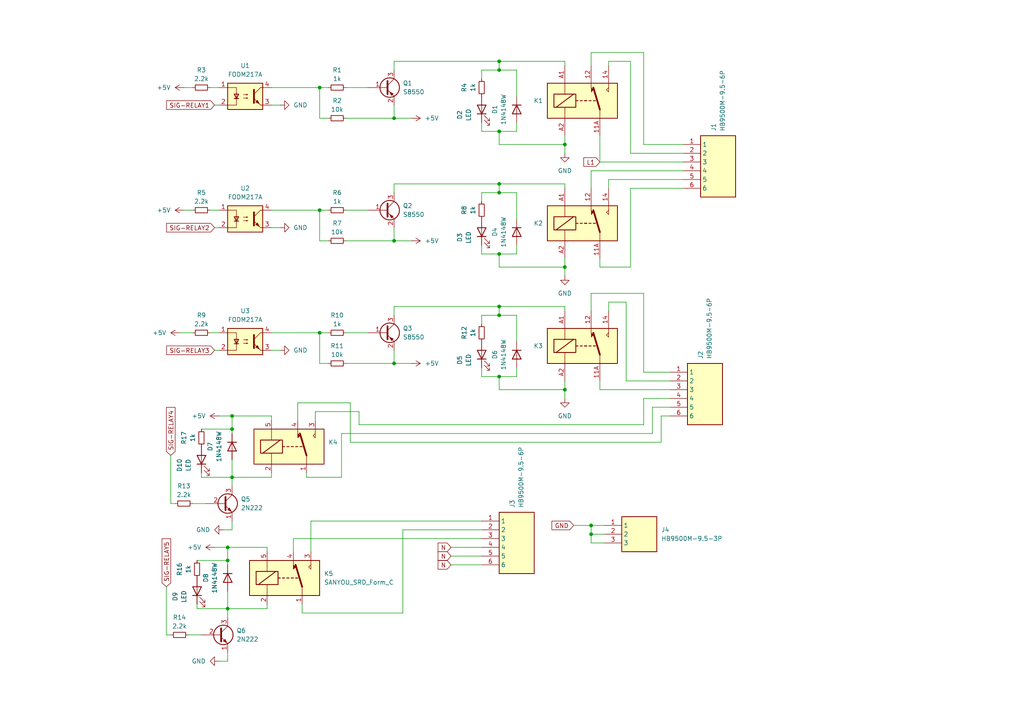
<source format=kicad_sch>
(kicad_sch (version 20231120) (generator "eeschema") (generator_version "8.0")
  (paper "A4")
  (lib_symbols
    (symbol "Device:LED" (pin_numbers hide) (pin_names (offset 1.016) hide)
      (property "Reference" "D" (at 0 2.54 0))
      (property "Value" "LED" (at 0 -2.54 0))
      (symbol "LED_0_1"
        (polyline (pts (xy -1.27 -1.27) (xy -1.27 1.27)) (stroke (width 0.254)))
        (polyline (pts (xy -1.27 0) (xy 1.27 0)))
        (polyline (pts (xy 1.27 -1.27) (xy 1.27 1.27) (xy -1.27 0) (xy 1.27 -1.27)) (stroke (width 0.254)))
        (polyline (pts (xy -3.048 -0.762) (xy -4.572 -2.286) (xy -3.81 -2.286) (xy -4.572 -2.286) (xy -4.572 -1.524)))
        (polyline (pts (xy -1.778 -0.762) (xy -3.302 -2.286) (xy -2.54 -2.286) (xy -3.302 -2.286) (xy -3.302 -1.524)))
      )
      (symbol "LED_1_1"
        (pin passive line (at -3.81 0 0) (length 2.54) (name "K") (number "1"))
        (pin passive line (at 3.81 0 180) (length 2.54) (name "A") (number "2"))
      )
    )
    (symbol "Device:R_Small" (pin_numbers hide) (pin_names (offset 0.254) hide)
      (property "Reference" "R" (at 0.762 0.508 0))
      (property "Value" "R_Small" (at 0.762 -1.016 0))
      (symbol "R_Small_0_1"
        (rectangle (start -0.762 1.778) (end 0.762 -1.778) (stroke (width 0.2032)))
      )
      (symbol "R_Small_1_1"
        (pin passive line (at 0 2.54 270) (length 0.762) (name "~") (number "1"))
        (pin passive line (at 0 -2.54 90) (length 0.762) (name "~") (number "2"))
      )
    )
    (symbol "Diode:1N4148W" (pin_numbers hide) (pin_names hide)
      (property "Reference" "D" (at 0 2.54 0))
      (property "Value" "1N4148W" (at 0 -2.54 0))
      (symbol "1N4148W_0_1"
        (polyline (pts (xy -1.27 1.27) (xy -1.27 -1.27)) (stroke (width 0.254)))
        (polyline (pts (xy 1.27 0) (xy -1.27 0)))
        (polyline (pts (xy 1.27 1.27) (xy 1.27 -1.27) (xy -1.27 0) (xy 1.27 1.27)) (stroke (width 0.254)))
      )
      (symbol "1N4148W_1_1"
        (pin passive line (at -3.81 0 0) (length 2.54) (name "K") (number "1"))
        (pin passive line (at 3.81 0 180) (length 2.54) (name "A") (number "2"))
      )
    )
    (symbol "Isolator:FODM217A"
      (property "Reference" "U" (at -5.08 5.08 0))
      (property "Value" "FODM217A" (at 0 5.08 0))
      (symbol "FODM217A_0_1"
        (rectangle (start -5.08 3.81) (end 5.08 -3.81) (stroke (width 0.254)) (fill (type background)))
        (polyline (pts (xy -3.175 -0.635) (xy -1.905 -0.635)) (stroke (width 0.254)))
        (polyline (pts (xy 2.54 0.635) (xy 4.445 2.54)))
        (polyline (pts (xy 4.445 -2.54) (xy 2.54 -0.635)) (fill (type outline)))
        (polyline (pts (xy 4.445 -2.54) (xy 5.08 -2.54)))
        (polyline (pts (xy 4.445 2.54) (xy 5.08 2.54)))
        (polyline (pts (xy -5.08 2.54) (xy -2.54 2.54) (xy -2.54 -0.635)))
        (polyline (pts (xy -2.54 -0.635) (xy -2.54 -2.54) (xy -5.08 -2.54)))
        (polyline (pts (xy 2.54 1.905) (xy 2.54 -1.905) (xy 2.54 -1.905)) (stroke (width 0.508)))
        (polyline (pts (xy -2.54 -0.635) (xy -3.175 0.635) (xy -1.905 0.635) (xy -2.54 -0.635)) (stroke (width 0.254)))
        (polyline (pts (xy -0.508 -0.508) (xy 0.762 -0.508) (xy 0.381 -0.635) (xy 0.381 -0.381) (xy 0.762 -0.508)))
        (polyline (pts (xy -0.508 0.508) (xy 0.762 0.508) (xy 0.381 0.381) (xy 0.381 0.635) (xy 0.762 0.508)))
        (polyline (pts (xy 3.048 -1.651) (xy 3.556 -1.143) (xy 4.064 -2.159) (xy 3.048 -1.651) (xy 3.048 -1.651)) (fill (type outline)))
      )
      (symbol "FODM217A_1_1"
        (pin passive line (at -7.62 2.54 0) (length 2.54) (name "~") (number "1"))
        (pin passive line (at -7.62 -2.54 0) (length 2.54) (name "~") (number "2"))
        (pin passive line (at 7.62 -2.54 180) (length 2.54) (name "~") (number "3"))
        (pin passive line (at 7.62 2.54 180) (length 2.54) (name "~") (number "4"))
      )
    )
    (symbol "Relay:RAYEX-L90"
      (property "Reference" "K" (at 11.43 3.81 0))
      (property "Value" "RAYEX-L90" (at 11.43 1.27 0))
      (symbol "RAYEX-L90_1_0"
        (polyline (pts (xy 2.54 3.81) (xy 2.54 5.08)))
        (polyline (pts (xy 7.62 3.81) (xy 7.62 5.08)))
        (polyline (pts (xy 7.62 3.81) (xy 7.62 2.54) (xy 6.985 3.175) (xy 7.62 3.81)))
      )
      (symbol "RAYEX-L90_1_1"
        (rectangle (start -10.16 5.08) (end 10.16 -5.08) (stroke (width 0.254)) (fill (type background)))
        (rectangle (start -8.255 1.905) (end -1.905 -1.905) (stroke (width 0.254)))
        (polyline (pts (xy -7.62 -1.905) (xy -2.54 1.905)) (stroke (width 0.254)))
        (polyline (pts (xy -5.08 -5.08) (xy -5.08 -1.905)))
        (polyline (pts (xy -5.08 5.08) (xy -5.08 1.905)))
        (polyline (pts (xy -1.905 0) (xy -1.27 0)) (stroke (width 0.254)))
        (polyline (pts (xy -0.635 0) (xy 0 0)) (stroke (width 0.254)))
        (polyline (pts (xy 0.635 0) (xy 1.27 0)) (stroke (width 0.254)))
        (polyline (pts (xy 0.635 0) (xy 1.27 0)) (stroke (width 0.254)))
        (polyline (pts (xy 1.905 0) (xy 2.54 0)) (stroke (width 0.254)))
        (polyline (pts (xy 3.175 0) (xy 3.81 0)) (stroke (width 0.254)))
        (polyline (pts (xy 5.08 -2.54) (xy 3.175 3.81)) (stroke (width 0.508)))
        (polyline (pts (xy 5.08 -2.54) (xy 5.08 -5.08)))
        (polyline (pts (xy 2.54 2.54) (xy 3.175 3.175) (xy 2.54 3.81)) (fill (type outline)))
        (pin passive line (at 5.08 -10.16 90) (length 5.08) (name "~") (number "11A"))
        (pin passive line (at 5.08 -10.16 90) (length 5.08) hide (name "~") (number "11B"))
        (pin passive line (at 2.54 10.16 270) (length 5.08) (name "~") (number "12"))
        (pin passive line (at 7.62 10.16 270) (length 5.08) (name "~") (number "14"))
        (pin passive line (at -5.08 10.16 270) (length 5.08) (name "~") (number "A1"))
        (pin passive line (at -5.08 -10.16 90) (length 5.08) (name "~") (number "A2"))
      )
    )
    (symbol "Relay:SANYOU_SRD_Form_C"
      (property "Reference" "K" (at 11.43 3.81 0))
      (property "Value" "SANYOU_SRD_Form_C" (at 11.43 1.27 0))
      (symbol "SANYOU_SRD_Form_C_0_0"
        (polyline (pts (xy 7.62 5.08) (xy 7.62 2.54) (xy 6.985 3.175) (xy 7.62 3.81)))
      )
      (symbol "SANYOU_SRD_Form_C_0_1"
        (rectangle (start -10.16 5.08) (end 10.16 -5.08) (stroke (width 0.254)) (fill (type background)))
        (rectangle (start -8.255 1.905) (end -1.905 -1.905) (stroke (width 0.254)))
        (polyline (pts (xy -7.62 -1.905) (xy -2.54 1.905)) (stroke (width 0.254)))
        (polyline (pts (xy -5.08 -5.08) (xy -5.08 -1.905)))
        (polyline (pts (xy -5.08 5.08) (xy -5.08 1.905)))
        (polyline (pts (xy -1.905 0) (xy -1.27 0)) (stroke (width 0.254)))
        (polyline (pts (xy -0.635 0) (xy 0 0)) (stroke (width 0.254)))
        (polyline (pts (xy 0.635 0) (xy 1.27 0)) (stroke (width 0.254)))
        (polyline (pts (xy 1.905 0) (xy 2.54 0)) (stroke (width 0.254)))
        (polyline (pts (xy 3.175 0) (xy 3.81 0)) (stroke (width 0.254)))
        (polyline (pts (xy 5.08 -2.54) (xy 3.175 3.81)) (stroke (width 0.508)))
        (polyline (pts (xy 5.08 -2.54) (xy 5.08 -5.08)))
      )
      (symbol "SANYOU_SRD_Form_C_1_1"
        (polyline (pts (xy 2.54 3.81) (xy 3.175 3.175) (xy 2.54 2.54) (xy 2.54 5.08)) (fill (type outline)))
        (pin passive line (at 5.08 -7.62 90) (length 2.54) (name "~") (number "1"))
        (pin passive line (at -5.08 -7.62 90) (length 2.54) (name "~") (number "2"))
        (pin passive line (at 7.62 7.62 270) (length 2.54) (name "~") (number "3"))
        (pin passive line (at 2.54 7.62 270) (length 2.54) (name "~") (number "4"))
        (pin passive line (at -5.08 7.62 270) (length 2.54) (name "~") (number "5"))
      )
    )
    (symbol "Samacsys:HB9500M-9.5-3P"
      (property "Reference" "J" (at 16.51 7.62 0))
      (property "Value" "HB9500M-9.5-3P" (at 16.51 5.08 0))
      (symbol "HB9500M-9.5-3P_1_1"
        (rectangle (start 5.08 2.54) (end 15.24 -7.62) (stroke (width 0.254)) (fill (type background)))
        (pin passive line (at 0 0 0) (length 5.08) (name "1") (number "1"))
        (pin passive line (at 0 -2.54 0) (length 5.08) (name "2") (number "2"))
        (pin passive line (at 0 -5.08 0) (length 5.08) (name "3") (number "3"))
      )
    )
    (symbol "Samacsys:HB9500M-9.5-6P"
      (property "Reference" "J" (at 16.51 7.62 0))
      (property "Value" "HB9500M-9.5-6P" (at 16.51 5.08 0))
      (symbol "HB9500M-9.5-6P_1_1"
        (rectangle (start 5.08 2.54) (end 15.24 -15.24) (stroke (width 0.254)) (fill (type background)))
        (pin passive line (at 0 0 0) (length 5.08) (name "1") (number "1"))
        (pin passive line (at 0 -2.54 0) (length 5.08) (name "2") (number "2"))
        (pin passive line (at 0 -5.08 0) (length 5.08) (name "3") (number "3"))
        (pin passive line (at 0 -7.62 0) (length 5.08) (name "4") (number "4"))
        (pin passive line (at 0 -10.16 0) (length 5.08) (name "5") (number "5"))
        (pin passive line (at 0 -12.7 0) (length 5.08) (name "6") (number "6"))
      )
    )
    (symbol "Transistor_BJT:2N3904" (pin_names (offset 0) hide)
      (property "Reference" "Q" (at 5.08 1.905 0))
      (property "Value" "2N3904" (at 5.08 0 0))
      (symbol "2N3904_0_1"
        (polyline (pts (xy 0.635 0.635) (xy 2.54 2.54)))
        (polyline (pts (xy 0.635 -0.635) (xy 2.54 -2.54) (xy 2.54 -2.54)))
        (polyline (pts (xy 0.635 1.905) (xy 0.635 -1.905) (xy 0.635 -1.905)) (stroke (width 0.508)))
        (polyline (pts (xy 1.27 -1.778) (xy 1.778 -1.27) (xy 2.286 -2.286) (xy 1.27 -1.778) (xy 1.27 -1.778)) (fill (type outline)))
        (circle (center 1.27 0) (radius 2.8194) (stroke (width 0.254)))
      )
      (symbol "2N3904_1_1"
        (pin passive line (at 2.54 -5.08 90) (length 2.54) (name "E") (number "1"))
        (pin passive line (at -5.08 0 0) (length 5.715) (name "B") (number "2"))
        (pin passive line (at 2.54 5.08 270) (length 2.54) (name "C") (number "3"))
      )
    )
    (symbol "Transistor_BJT:BC807" (pin_names (offset 0) hide)
      (property "Reference" "Q" (at 5.08 1.905 0))
      (property "Value" "BC807" (at 5.08 0 0))
      (symbol "BC807_0_1"
        (polyline (pts (xy 0.635 0.635) (xy 2.54 2.54)))
        (polyline (pts (xy 0.635 -0.635) (xy 2.54 -2.54) (xy 2.54 -2.54)))
        (polyline (pts (xy 0.635 1.905) (xy 0.635 -1.905) (xy 0.635 -1.905)) (stroke (width 0.508)))
        (polyline (pts (xy 2.286 -1.778) (xy 1.778 -2.286) (xy 1.27 -1.27) (xy 2.286 -1.778) (xy 2.286 -1.778)) (fill (type outline)))
        (circle (center 1.27 0) (radius 2.8194) (stroke (width 0.254)))
      )
      (symbol "BC807_1_1"
        (pin input line (at -5.08 0 0) (length 5.715) (name "B") (number "1"))
        (pin passive line (at 2.54 -5.08 90) (length 2.54) (name "E") (number "2"))
        (pin passive line (at 2.54 5.08 270) (length 2.54) (name "C") (number "3"))
      )
    )
    (symbol "power:+5V" (power) (pin_numbers hide) (pin_names (offset 0) hide)
      (property "Value" "+5V" (at 0 3.556 0))
      (symbol "+5V_0_1"
        (polyline (pts (xy -0.762 1.27) (xy 0 2.54)))
        (polyline (pts (xy 0 0) (xy 0 2.54)))
        (polyline (pts (xy 0 2.54) (xy 0.762 1.27)))
      )
      (symbol "+5V_1_1"
        (pin power_in line (at 0 0 90) (length 0) (name "~") (number "1"))
      )
    )
    (symbol "power:GND" (power) (pin_numbers hide) (pin_names (offset 0) hide)
      (property "Value" "GND" (at 0 -3.81 0))
      (symbol "GND_0_1"
        (polyline (pts (xy 0 0) (xy 0 -1.27) (xy 1.27 -1.27) (xy 0 -2.54) (xy -1.27 -1.27) (xy 0 -1.27)))
      )
      (symbol "GND_1_1"
        (pin power_in line (at 0 0 270) (length 0) (name "~") (number "1"))
      )
    )
  )
  (junction (at 144.78 55.88))
  (junction (at 144.78 53.34))
  (junction (at 92.71 60.96))
  (junction (at 92.71 96.52))
  (junction (at 66.04 158.75))
  (junction (at 144.78 17.78))
  (junction (at 92.71 25.4))
  (junction (at 144.78 73.66))
  (junction (at 144.78 38.1))
  (junction (at 144.78 109.22))
  (junction (at 171.45 152.4))
  (junction (at 66.04 176.53))
  (junction (at 171.45 154.94))
  (junction (at 144.78 88.9))
  (junction (at 163.83 77.47))
  (junction (at 114.3 69.85))
  (junction (at 163.83 41.91))
  (junction (at 144.78 91.44))
  (junction (at 163.83 113.03))
  (junction (at 67.31 120.65))
  (junction (at 114.3 105.41))
  (junction (at 67.31 138.43))
  (junction (at 144.78 20.32))
  (junction (at 67.31 124.46))
  (junction (at 66.04 162.56))
  (junction (at 114.3 34.29))
  (wire (pts (xy 163.83 77.47) (xy 163.83 80.01)))
  (wire (pts (xy 78.74 30.48) (xy 81.28 30.48)))
  (wire (pts (xy 57.15 176.53) (xy 66.04 176.53)))
  (wire (pts (xy 100.33 96.52) (xy 106.68 96.52)))
  (wire (pts (xy 92.71 69.85) (xy 92.71 60.96)))
  (wire (pts (xy 86.36 116.84) (xy 86.36 121.92)))
  (wire (pts (xy 67.31 153.67) (xy 64.77 153.67)))
  (wire (pts (xy 182.88 17.78) (xy 182.88 44.45)))
  (wire (pts (xy 114.3 91.44) (xy 114.3 88.9)))
  (wire (pts (xy 130.81 161.29) (xy 139.7 161.29)))
  (wire (pts (xy 163.83 88.9) (xy 163.83 90.17)))
  (wire (pts (xy 176.53 52.07) (xy 198.12 52.07)))
  (wire (pts (xy 189.23 125.73) (xy 189.23 118.11)))
  (wire (pts (xy 54.61 184.15) (xy 58.42 184.15)))
  (wire (pts (xy 144.78 77.47) (xy 163.83 77.47)))
  (wire (pts (xy 92.71 96.52) (xy 95.25 96.52)))
  (wire (pts (xy 66.04 191.77) (xy 63.5 191.77)))
  (wire (pts (xy 173.99 113.03) (xy 194.31 113.03)))
  (wire (pts (xy 66.04 189.23) (xy 66.04 191.77)))
  (wire (pts (xy 191.77 120.65) (xy 194.31 120.65)))
  (wire (pts (xy 130.81 158.75) (xy 139.7 158.75)))
  (wire (pts (xy 67.31 151.13) (xy 67.31 153.67)))
  (wire (pts (xy 60.96 96.52) (xy 63.5 96.52)))
  (wire (pts (xy 90.17 160.02) (xy 90.17 151.13)))
  (wire (pts (xy 163.83 53.34) (xy 163.83 54.61)))
  (wire (pts (xy 149.86 55.88) (xy 144.78 55.88)))
  (wire (pts (xy 114.3 30.48) (xy 114.3 34.29)))
  (wire (pts (xy 139.7 91.44) (xy 139.7 93.98)))
  (wire (pts (xy 171.45 90.17) (xy 171.45 85.09)))
  (wire (pts (xy 77.47 176.53) (xy 66.04 176.53)))
  (wire (pts (xy 78.74 138.43) (xy 67.31 138.43)))
  (wire (pts (xy 149.86 27.94) (xy 149.86 20.32)))
  (wire (pts (xy 130.81 163.83) (xy 139.7 163.83)))
  (wire (pts (xy 163.83 110.49) (xy 163.83 113.03)))
  (wire (pts (xy 176.53 19.05) (xy 176.53 17.78)))
  (wire (pts (xy 139.7 38.1) (xy 144.78 38.1)))
  (wire (pts (xy 49.53 146.05) (xy 50.8 146.05)))
  (wire (pts (xy 163.83 113.03) (xy 163.83 115.57)))
  (wire (pts (xy 78.74 120.65) (xy 78.74 121.92)))
  (wire (pts (xy 95.25 105.41) (xy 92.71 105.41)))
  (wire (pts (xy 163.83 17.78) (xy 163.83 19.05)))
  (wire (pts (xy 99.06 138.43) (xy 99.06 125.73)))
  (wire (pts (xy 171.45 85.09) (xy 186.69 85.09)))
  (wire (pts (xy 176.53 54.61) (xy 176.53 52.07)))
  (wire (pts (xy 144.78 91.44) (xy 139.7 91.44)))
  (wire (pts (xy 100.33 69.85) (xy 114.3 69.85)))
  (wire (pts (xy 181.61 110.49) (xy 194.31 110.49)))
  (wire (pts (xy 176.53 90.17) (xy 176.53 87.63)))
  (wire (pts (xy 163.83 74.93) (xy 163.83 77.47)))
  (wire (pts (xy 78.74 137.16) (xy 78.74 138.43)))
  (wire (pts (xy 114.3 66.04) (xy 114.3 69.85)))
  (wire (pts (xy 114.3 34.29) (xy 119.38 34.29)))
  (wire (pts (xy 62.23 66.04) (xy 63.5 66.04)))
  (wire (pts (xy 144.78 38.1) (xy 144.78 41.91)))
  (wire (pts (xy 194.31 115.57) (xy 186.69 115.57)))
  (wire (pts (xy 163.83 41.91) (xy 163.83 44.45)))
  (wire (pts (xy 60.96 60.96) (xy 63.5 60.96)))
  (wire (pts (xy 49.53 132.08) (xy 49.53 146.05)))
  (wire (pts (xy 58.42 137.16) (xy 58.42 138.43)))
  (wire (pts (xy 67.31 120.65) (xy 78.74 120.65)))
  (wire (pts (xy 77.47 175.26) (xy 77.47 176.53)))
  (wire (pts (xy 186.69 123.19) (xy 104.14 123.19)))
  (wire (pts (xy 173.99 39.37) (xy 173.99 46.99)))
  (wire (pts (xy 53.34 60.96) (xy 55.88 60.96)))
  (wire (pts (xy 182.88 77.47) (xy 182.88 54.61)))
  (wire (pts (xy 48.26 184.15) (xy 49.53 184.15)))
  (wire (pts (xy 85.09 156.21) (xy 139.7 156.21)))
  (wire (pts (xy 92.71 34.29) (xy 92.71 25.4)))
  (wire (pts (xy 144.78 38.1) (xy 149.86 38.1)))
  (wire (pts (xy 144.78 41.91) (xy 163.83 41.91)))
  (wire (pts (xy 90.17 151.13) (xy 139.7 151.13)))
  (wire (pts (xy 139.7 38.1) (xy 139.7 35.56)))
  (wire (pts (xy 57.15 162.56) (xy 66.04 162.56)))
  (wire (pts (xy 171.45 152.4) (xy 175.26 152.4)))
  (wire (pts (xy 63.5 120.65) (xy 67.31 120.65)))
  (wire (pts (xy 144.78 20.32) (xy 139.7 20.32)))
  (wire (pts (xy 163.83 39.37) (xy 163.83 41.91)))
  (wire (pts (xy 149.86 38.1) (xy 149.86 35.56)))
  (wire (pts (xy 171.45 157.48) (xy 171.45 154.94)))
  (wire (pts (xy 149.86 99.06) (xy 149.86 91.44)))
  (wire (pts (xy 149.86 20.32) (xy 144.78 20.32)))
  (wire (pts (xy 87.63 175.26) (xy 87.63 177.8)))
  (wire (pts (xy 175.26 157.48) (xy 171.45 157.48)))
  (wire (pts (xy 186.69 107.95) (xy 194.31 107.95)))
  (wire (pts (xy 58.42 138.43) (xy 67.31 138.43)))
  (wire (pts (xy 104.14 119.38) (xy 104.14 123.19)))
  (wire (pts (xy 114.3 20.32) (xy 114.3 17.78)))
  (wire (pts (xy 144.78 113.03) (xy 163.83 113.03)))
  (wire (pts (xy 66.04 158.75) (xy 66.04 162.56)))
  (wire (pts (xy 191.77 128.27) (xy 191.77 120.65)))
  (wire (pts (xy 101.6 128.27) (xy 191.77 128.27)))
  (wire (pts (xy 173.99 110.49) (xy 173.99 113.03)))
  (wire (pts (xy 100.33 105.41) (xy 114.3 105.41)))
  (wire (pts (xy 149.86 91.44) (xy 144.78 91.44)))
  (wire (pts (xy 186.69 15.24) (xy 171.45 15.24)))
  (wire (pts (xy 78.74 60.96) (xy 92.71 60.96)))
  (wire (pts (xy 171.45 154.94) (xy 171.45 152.4)))
  (wire (pts (xy 198.12 49.53) (xy 171.45 49.53)))
  (wire (pts (xy 100.33 34.29) (xy 114.3 34.29)))
  (wire (pts (xy 186.69 115.57) (xy 186.69 123.19)))
  (wire (pts (xy 139.7 20.32) (xy 139.7 22.86)))
  (wire (pts (xy 88.9 137.16) (xy 88.9 138.43)))
  (wire (pts (xy 114.3 88.9) (xy 144.78 88.9)))
  (wire (pts (xy 95.25 69.85) (xy 92.71 69.85)))
  (wire (pts (xy 144.78 53.34) (xy 163.83 53.34)))
  (wire (pts (xy 92.71 25.4) (xy 95.25 25.4)))
  (wire (pts (xy 88.9 138.43) (xy 99.06 138.43)))
  (wire (pts (xy 173.99 77.47) (xy 182.88 77.47)))
  (wire (pts (xy 144.78 73.66) (xy 144.78 77.47)))
  (wire (pts (xy 101.6 116.84) (xy 86.36 116.84)))
  (wire (pts (xy 176.53 87.63) (xy 181.61 87.63)))
  (wire (pts (xy 144.78 53.34) (xy 144.78 55.88)))
  (wire (pts (xy 139.7 73.66) (xy 139.7 71.12)))
  (wire (pts (xy 181.61 87.63) (xy 181.61 110.49)))
  (wire (pts (xy 66.04 176.53) (xy 66.04 179.07)))
  (wire (pts (xy 198.12 41.91) (xy 186.69 41.91)))
  (wire (pts (xy 78.74 96.52) (xy 92.71 96.52)))
  (wire (pts (xy 144.78 88.9) (xy 163.83 88.9)))
  (wire (pts (xy 144.78 73.66) (xy 149.86 73.66)))
  (wire (pts (xy 186.69 85.09) (xy 186.69 107.95)))
  (wire (pts (xy 149.86 73.66) (xy 149.86 71.12)))
  (wire (pts (xy 114.3 17.78) (xy 144.78 17.78)))
  (wire (pts (xy 62.23 158.75) (xy 66.04 158.75)))
  (wire (pts (xy 78.74 66.04) (xy 81.28 66.04)))
  (wire (pts (xy 66.04 158.75) (xy 77.47 158.75)))
  (wire (pts (xy 77.47 158.75) (xy 77.47 160.02)))
  (wire (pts (xy 182.88 44.45) (xy 198.12 44.45)))
  (wire (pts (xy 171.45 49.53) (xy 171.45 54.61)))
  (wire (pts (xy 144.78 17.78) (xy 163.83 17.78)))
  (wire (pts (xy 55.88 146.05) (xy 59.69 146.05)))
  (wire (pts (xy 114.3 69.85) (xy 119.38 69.85)))
  (wire (pts (xy 99.06 125.73) (xy 189.23 125.73)))
  (wire (pts (xy 95.25 34.29) (xy 92.71 34.29)))
  (wire (pts (xy 100.33 60.96) (xy 106.68 60.96)))
  (wire (pts (xy 149.86 63.5) (xy 149.86 55.88)))
  (wire (pts (xy 53.34 25.4) (xy 55.88 25.4)))
  (wire (pts (xy 139.7 109.22) (xy 144.78 109.22)))
  (wire (pts (xy 116.84 177.8) (xy 116.84 153.67)))
  (wire (pts (xy 67.31 120.65) (xy 67.31 124.46)))
  (wire (pts (xy 175.26 154.94) (xy 171.45 154.94)))
  (wire (pts (xy 189.23 118.11) (xy 194.31 118.11)))
  (wire (pts (xy 100.33 25.4) (xy 106.68 25.4)))
  (wire (pts (xy 144.78 88.9) (xy 144.78 91.44)))
  (wire (pts (xy 116.84 153.67) (xy 139.7 153.67)))
  (wire (pts (xy 67.31 133.35) (xy 67.31 138.43)))
  (wire (pts (xy 176.53 17.78) (xy 182.88 17.78)))
  (wire (pts (xy 101.6 128.27) (xy 101.6 116.84)))
  (wire (pts (xy 144.78 17.78) (xy 144.78 20.32)))
  (wire (pts (xy 114.3 53.34) (xy 144.78 53.34)))
  (wire (pts (xy 114.3 101.6) (xy 114.3 105.41)))
  (wire (pts (xy 67.31 124.46) (xy 67.31 125.73)))
  (wire (pts (xy 149.86 109.22) (xy 149.86 106.68)))
  (wire (pts (xy 48.26 170.18) (xy 48.26 184.15)))
  (wire (pts (xy 114.3 105.41) (xy 119.38 105.41)))
  (wire (pts (xy 58.42 124.46) (xy 67.31 124.46)))
  (wire (pts (xy 114.3 55.88) (xy 114.3 53.34)))
  (wire (pts (xy 139.7 109.22) (xy 139.7 106.68)))
  (wire (pts (xy 85.09 160.02) (xy 85.09 156.21)))
  (wire (pts (xy 139.7 55.88) (xy 139.7 58.42)))
  (wire (pts (xy 62.23 30.48) (xy 63.5 30.48)))
  (wire (pts (xy 67.31 138.43) (xy 67.31 140.97)))
  (wire (pts (xy 173.99 46.99) (xy 198.12 46.99)))
  (wire (pts (xy 92.71 105.41) (xy 92.71 96.52)))
  (wire (pts (xy 66.04 162.56) (xy 66.04 163.83)))
  (wire (pts (xy 66.04 171.45) (xy 66.04 176.53)))
  (wire (pts (xy 92.71 60.96) (xy 95.25 60.96)))
  (wire (pts (xy 171.45 15.24) (xy 171.45 19.05)))
  (wire (pts (xy 182.88 54.61) (xy 198.12 54.61)))
  (wire (pts (xy 186.69 15.24) (xy 186.69 41.91)))
  (wire (pts (xy 78.74 101.6) (xy 81.28 101.6)))
  (wire (pts (xy 144.78 109.22) (xy 144.78 113.03)))
  (wire (pts (xy 139.7 73.66) (xy 144.78 73.66)))
  (wire (pts (xy 78.74 25.4) (xy 92.71 25.4)))
  (wire (pts (xy 52.07 96.52) (xy 55.88 96.52)))
  (wire (pts (xy 166.37 152.4) (xy 171.45 152.4)))
  (wire (pts (xy 60.96 25.4) (xy 63.5 25.4)))
  (wire (pts (xy 87.63 177.8) (xy 116.84 177.8)))
  (wire (pts (xy 173.99 74.93) (xy 173.99 77.47)))
  (wire (pts (xy 91.44 119.38) (xy 104.14 119.38)))
  (wire (pts (xy 144.78 109.22) (xy 149.86 109.22)))
  (wire (pts (xy 62.23 101.6) (xy 63.5 101.6)))
  (wire (pts (xy 91.44 121.92) (xy 91.44 119.38)))
  (wire (pts (xy 144.78 55.88) (xy 139.7 55.88)))
  (wire (pts (xy 57.15 175.26) (xy 57.15 176.53)))
  (global_label "SIG-RELAY5" (shape input) (at 48.26 170.18 90) (property "Intersheetrefs" "${INTERSHEET_REFS}" (effects (hide yes))))
  (global_label "SIG-RELAY1" (shape input) (at 62.23 30.48 180) (property "Intersheetrefs" "${INTERSHEET_REFS}" (effects (hide yes))))
  (global_label "SIG-RELAY2" (shape input) (at 62.23 66.04 180) (property "Intersheetrefs" "${INTERSHEET_REFS}" (effects (hide yes))))
  (global_label "N" (shape input) (at 130.81 158.75 180) (property "Intersheetrefs" "${INTERSHEET_REFS}" (effects (hide yes))))
  (global_label "L1" (shape input) (at 173.99 46.99 180) (property "Intersheetrefs" "${INTERSHEET_REFS}" (effects (hide yes))))
  (global_label "N" (shape input) (at 130.81 163.83 180) (property "Intersheetrefs" "${INTERSHEET_REFS}" (effects (hide yes))))
  (global_label "SIG-RELAY3" (shape input) (at 62.23 101.6 180) (property "Intersheetrefs" "${INTERSHEET_REFS}" (effects (hide yes))))
  (global_label "GND" (shape input) (at 166.37 152.4 180) (property "Intersheetrefs" "${INTERSHEET_REFS}" (effects (hide yes))))
  (global_label "N" (shape input) (at 130.81 161.29 180) (property "Intersheetrefs" "${INTERSHEET_REFS}" (effects (hide yes))))
  (global_label "SIG-RELAY4" (shape input) (at 49.53 132.08 90) (property "Intersheetrefs" "${INTERSHEET_REFS}" (effects (hide yes))))
  (symbol (lib_id "power:GND") (at 163.83 80.01 0) (unit 1)
    (property "Reference" "#PWR016" (effects (hide yes)))
    (property "Value" "GND" (at 163.83 85.09 0))
    (property "Description" "Power symbol creates a global label with name \"GND\" , ground" (effects (hide yes)))
  )
  (symbol (lib_id "Device:R_Small") (at 97.79 105.41 90) (unit 1)
    (property "Reference" "R11" (at 97.79 100.33 90))
    (property "Value" "10k" (at 97.79 102.87 90))
    (property "Footprint" "Resistor_SMD:R_0603_1608Metric" (effects (hide yes)))
    (property "Description" "Resistor, small symbol" (effects (hide yes)))
  )
  (symbol (lib_id "Device:R_Small") (at 97.79 69.85 90) (unit 1)
    (property "Reference" "R7" (at 97.79 64.77 90))
    (property "Value" "10k" (at 97.79 67.31 90))
    (property "Footprint" "Resistor_SMD:R_0603_1608Metric" (effects (hide yes)))
    (property "Description" "Resistor, small symbol" (effects (hide yes)))
  )
  (symbol (lib_id "Device:LED") (at 57.15 171.45 90) (unit 1)
    (property "Reference" "D9" (at 50.8 173.0375 0))
    (property "Value" "LED" (at 53.34 173.0375 0))
    (property "Footprint" "LED_SMD:LED_0603_1608Metric" (effects (hide yes)))
    (property "Description" "Light emitting diode" (effects (hide yes)))
  )
  (symbol (lib_id "power:GND") (at 81.28 30.48 90) (unit 1)
    (property "Reference" "#PWR08" (effects (hide yes)))
    (property "Value" "GND" (at 85.09 30.4799 90) (effects (justify right)))
    (property "Description" "Power symbol creates a global label with name \"GND\" , ground" (effects (hide yes)))
  )
  (symbol (lib_id "Device:R_Small") (at 58.42 127 180) (unit 1)
    (property "Reference" "R17" (at 53.34 127 90))
    (property "Value" "1k" (at 55.88 127 90))
    (property "Footprint" "Resistor_SMD:R_0603_1608Metric" (effects (hide yes)))
    (property "Description" "Resistor, small symbol" (effects (hide yes)))
  )
  (symbol (lib_id "Device:R_Small") (at 97.79 25.4 90) (unit 1)
    (property "Reference" "R1" (at 97.79 20.32 90))
    (property "Value" "1k" (at 97.79 22.86 90))
    (property "Footprint" "Resistor_SMD:R_0603_1608Metric" (effects (hide yes)))
    (property "Description" "Resistor, small symbol" (effects (hide yes)))
  )
  (symbol (lib_id "Device:R_Small") (at 97.79 96.52 90) (unit 1)
    (property "Reference" "R10" (at 97.79 91.44 90))
    (property "Value" "1k" (at 97.79 93.98 90))
    (property "Footprint" "Resistor_SMD:R_0603_1608Metric" (effects (hide yes)))
    (property "Description" "Resistor, small symbol" (effects (hide yes)))
  )
  (symbol (lib_id "Diode:1N4148W") (at 149.86 31.75 270) (unit 1)
    (property "Reference" "D1" (at 143.51 31.75 0))
    (property "Value" "1N4148W" (at 146.05 31.75 0))
    (property "Footprint" "Diode_SMD:D_SOD-123" (effects (hide yes)))
    (property "Datasheet" "https://www.vishay.com/docs/85748/1n4148w.pdf" (effects (hide yes)))
    (property "Description" "75V 0.15A Fast Switching Diode, SOD-123" (effects (hide yes)))
    (property "Sim.Device" "D" (effects (hide yes)))
    (property "Sim.Pins" "1=K 2=A" (effects (hide yes)))
  )
  (symbol (lib_id "Diode:1N4148W") (at 149.86 67.31 270) (unit 1)
    (property "Reference" "D4" (at 143.51 67.31 0))
    (property "Value" "1N4148W" (at 146.05 67.31 0))
    (property "Footprint" "Diode_SMD:D_SOD-123" (effects (hide yes)))
    (property "Datasheet" "https://www.vishay.com/docs/85748/1n4148w.pdf" (effects (hide yes)))
    (property "Description" "75V 0.15A Fast Switching Diode, SOD-123" (effects (hide yes)))
    (property "Sim.Device" "D" (effects (hide yes)))
    (property "Sim.Pins" "1=K 2=A" (effects (hide yes)))
  )
  (symbol (lib_id "power:+5V") (at 52.07 96.52 90) (unit 1)
    (property "Reference" "#PWR01" (effects (hide yes)))
    (property "Value" "+5V" (at 48.26 96.5199 90) (effects (justify left)))
    (property "Description" "Power symbol creates a global label with name \"+5V\"" (effects (hide yes)))
  )
  (symbol (lib_id "power:+5V") (at 119.38 105.41 270) (unit 1)
    (property "Reference" "#PWR013" (effects (hide yes)))
    (property "Value" "+5V" (at 123.19 105.4099 90) (effects (justify left)))
    (property "Description" "Power symbol creates a global label with name \"+5V\"" (effects (hide yes)))
  )
  (symbol (lib_id "Device:R_Small") (at 97.79 60.96 90) (unit 1)
    (property "Reference" "R6" (at 97.79 55.88 90))
    (property "Value" "1k" (at 97.79 58.42 90))
    (property "Footprint" "Resistor_SMD:R_0603_1608Metric" (effects (hide yes)))
    (property "Description" "Resistor, small symbol" (effects (hide yes)))
  )
  (symbol (lib_id "Isolator:FODM217A") (at 71.12 99.06 0) (unit 1)
    (property "Reference" "U3" (at 71.12 90.17 0))
    (property "Value" "FODM217A" (at 71.12 92.71 0))
    (property "Footprint" "Package_SO:SOP-4_4.4x2.6mm_P1.27mm" (effects (hide yes)))
    (property "Datasheet" "https://www.onsemi.com/pub/Collateral/FODM214-D.PDF" (effects (hide yes)))
    (property "Description" "DC Optocoupler, Vce 80V, CTR 80-160%, SOP-4" (effects (hide yes)))
  )
  (symbol (lib_id "Samacsys:HB9500M-9.5-6P") (at 194.31 107.95 0) (unit 1)
    (property "Reference" "J2" (at 203.1999 104.14 90) (effects (justify left)))
    (property "Value" "HB9500M-9.5-6P" (at 205.7399 104.14 90) (effects (justify left)))
    (property "Footprint" "Samacsys:HB9500M956P" (effects (hide yes)))
    (property "Datasheet" "https://datasheet.lcsc.com/szlcsc/1912251712_Ningbo-Kangnex-Elec-HB9500M-9-5-6P_C162699.pdf" (effects (hide yes)))
    (property "Description" "Barrier Block 6 6 0.374\"(9.50mm) 12-22 AWG P=9.5mm" (effects (hide yes)))
    (property "Height" "16.95" (effects (hide yes)))
    (property "Manufacturer_Name" "Ningbo Kangnex" (effects (hide yes)))
    (property "Manufacturer_Part_Number" "HB9500M-9.5-6P" (effects (hide yes)))
  )
  (symbol (lib_id "Relay:SANYOU_SRD_Form_C") (at 83.82 129.54 0) (unit 1)
    (property "Reference" "K4" (at 95.25 128.2699 0) (effects (justify left)))
    (property "Value" "SANYOU_SRD_Form_C" (effects (hide yes)))
    (property "Footprint" "Relay_THT:Relay_SPDT_SANYOU_SRD_Series_Form_C" (effects (hide yes)))
    (property "Datasheet" "http://www.sanyourelay.ca/public/products/pdf/SRD.pdf" (effects (hide yes)))
    (property "Description" "Sanyo SRD relay, Single Pole Miniature Power Relay," (effects (hide yes)))
  )
  (symbol (lib_id "Transistor_BJT:BC807") (at 111.76 96.52 0) (unit 1)
    (property "Reference" "Q3" (at 116.84 95.2499 0) (effects (justify left)))
    (property "Value" "S8550" (at 116.84 97.7899 0) (effects (justify left)))
    (property "Footprint" "Package_TO_SOT_SMD:SOT-23" (effects (hide yes)))
    (property "Datasheet" "https://www.onsemi.com/pub/Collateral/BC808-D.pdf" (effects (hide yes)))
    (property "Description" "0.8A Ic, 45V Vce, PNP Transistor, SOT-23" (effects (hide yes)))
  )
  (symbol (lib_id "power:GND") (at 163.83 115.57 0) (unit 1)
    (property "Reference" "#PWR017" (effects (hide yes)))
    (property "Value" "GND" (at 163.83 120.65 0))
    (property "Description" "Power symbol creates a global label with name \"GND\" , ground" (effects (hide yes)))
  )
  (symbol (lib_id "Diode:1N4148W") (at 67.31 129.54 270) (unit 1)
    (property "Reference" "D7" (at 60.96 129.54 0))
    (property "Value" "1N4148W" (at 63.5 129.54 0))
    (property "Footprint" "Diode_SMD:D_SOD-123" (effects (hide yes)))
    (property "Datasheet" "https://www.vishay.com/docs/85748/1n4148w.pdf" (effects (hide yes)))
    (property "Description" "75V 0.15A Fast Switching Diode, SOD-123" (effects (hide yes)))
    (property "Sim.Device" "D" (effects (hide yes)))
    (property "Sim.Pins" "1=K 2=A" (effects (hide yes)))
  )
  (symbol (lib_id "power:+5V") (at 63.5 120.65 90) (unit 1)
    (property "Reference" "#PWR05" (effects (hide yes)))
    (property "Value" "+5V" (at 59.69 120.6499 90) (effects (justify left)))
    (property "Description" "Power symbol creates a global label with name \"+5V\"" (effects (hide yes)))
  )
  (symbol (lib_id "power:+5V") (at 53.34 60.96 90) (unit 1)
    (property "Reference" "#PWR03" (effects (hide yes)))
    (property "Value" "+5V" (at 49.53 60.9599 90) (effects (justify left)))
    (property "Description" "Power symbol creates a global label with name \"+5V\"" (effects (hide yes)))
  )
  (symbol (lib_id "Device:LED") (at 139.7 67.31 90) (unit 1)
    (property "Reference" "D3" (at 133.35 68.8975 0))
    (property "Value" "LED" (at 135.89 68.8975 0))
    (property "Footprint" "LED_SMD:LED_0603_1608Metric" (effects (hide yes)))
    (property "Description" "Light emitting diode" (effects (hide yes)))
  )
  (symbol (lib_id "Transistor_BJT:2N3904") (at 64.77 146.05 0) (unit 1)
    (property "Reference" "Q5" (at 69.85 144.7799 0) (effects (justify left)))
    (property "Value" "2N222" (at 69.85 147.3199 0) (effects (justify left)))
    (property "Footprint" "Package_TO_SOT_THT:TO-92L" (effects (hide yes)))
    (property "Datasheet" "https://www.onsemi.com/pub/Collateral/2N3903-D.PDF" (effects (hide yes)))
    (property "Description" "0.2A Ic, 40V Vce, Small Signal NPN Transistor, TO-92" (effects (hide yes)))
  )
  (symbol (lib_id "power:+5V") (at 62.23 158.75 90) (unit 1)
    (property "Reference" "#PWR04" (effects (hide yes)))
    (property "Value" "+5V" (at 58.42 158.7499 90) (effects (justify left)))
    (property "Description" "Power symbol creates a global label with name \"+5V\"" (effects (hide yes)))
  )
  (symbol (lib_id "power:GND") (at 163.83 44.45 0) (unit 1)
    (property "Reference" "#PWR015" (effects (hide yes)))
    (property "Value" "GND" (at 163.83 49.53 0))
    (property "Description" "Power symbol creates a global label with name \"GND\" , ground" (effects (hide yes)))
  )
  (symbol (lib_id "Device:R_Small") (at 58.42 96.52 90) (unit 1)
    (property "Reference" "R9" (at 58.42 91.44 90))
    (property "Value" "2.2k" (at 58.42 93.98 90))
    (property "Footprint" "Resistor_SMD:R_0603_1608Metric" (effects (hide yes)))
    (property "Description" "Resistor, small symbol" (effects (hide yes)))
  )
  (symbol (lib_id "power:+5V") (at 119.38 69.85 270) (unit 1)
    (property "Reference" "#PWR012" (effects (hide yes)))
    (property "Value" "+5V" (at 123.19 69.8499 90) (effects (justify left)))
    (property "Description" "Power symbol creates a global label with name \"+5V\"" (effects (hide yes)))
  )
  (symbol (lib_id "Samacsys:HB9500M-9.5-6P") (at 198.12 41.91 0) (unit 1)
    (property "Reference" "J1" (at 207.0099 38.1 90) (effects (justify left)))
    (property "Value" "HB9500M-9.5-6P" (at 209.5499 38.1 90) (effects (justify left)))
    (property "Footprint" "Samacsys:HB9500M956P" (effects (hide yes)))
    (property "Datasheet" "https://datasheet.lcsc.com/szlcsc/1912251712_Ningbo-Kangnex-Elec-HB9500M-9-5-6P_C162699.pdf" (effects (hide yes)))
    (property "Description" "Barrier Block 6 6 0.374\"(9.50mm) 12-22 AWG P=9.5mm" (effects (hide yes)))
    (property "Height" "16.95" (effects (hide yes)))
    (property "Manufacturer_Name" "Ningbo Kangnex" (effects (hide yes)))
    (property "Manufacturer_Part_Number" "HB9500M-9.5-6P" (effects (hide yes)))
  )
  (symbol (lib_id "power:+5V") (at 119.38 34.29 270) (unit 1)
    (property "Reference" "#PWR011" (effects (hide yes)))
    (property "Value" "+5V" (at 123.19 34.2899 90) (effects (justify left)))
    (property "Description" "Power symbol creates a global label with name \"+5V\"" (effects (hide yes)))
  )
  (symbol (lib_id "Device:R_Small") (at 57.15 165.1 180) (unit 1)
    (property "Reference" "R16" (at 52.07 165.1 90))
    (property "Value" "1k" (at 54.61 165.1 90))
    (property "Footprint" "Resistor_SMD:R_0603_1608Metric" (effects (hide yes)))
    (property "Description" "Resistor, small symbol" (effects (hide yes)))
  )
  (symbol (lib_id "power:GND") (at 64.77 153.67 270) (unit 1)
    (property "Reference" "#PWR07" (effects (hide yes)))
    (property "Value" "GND" (at 60.96 153.6699 90) (effects (justify right)))
    (property "Description" "Power symbol creates a global label with name \"GND\" , ground" (effects (hide yes)))
  )
  (symbol (lib_id "Samacsys:HB9500M-9.5-3P") (at 175.26 152.4 0) (unit 1)
    (property "Reference" "J4" (at 191.77 153.6699 0) (effects (justify left)))
    (property "Value" "HB9500M-9.5-3P" (at 191.77 156.2099 0) (effects (justify left)))
    (property "Footprint" "Samacsys:HB9500M953P" (effects (hide yes)))
    (property "Datasheet" "https://datasheet.lcsc.com/szlcsc/Ningbo-Kangnex-Elec-HB9500-3_C162697.pdf" (effects (hide yes)))
    (property "Description" "Barrier Block 3 3 0.374\"(9.50mm) 12-22 AWG P=9.5mm Barrier Terminal Blocks" (effects (hide yes)))
    (property "Height" "13.2" (effects (hide yes)))
    (property "Manufacturer_Name" "Ningbo Kangnex" (effects (hide yes)))
    (property "Manufacturer_Part_Number" "HB9500M-9.5-3P" (effects (hide yes)))
  )
  (symbol (lib_id "Device:R_Small") (at 53.34 146.05 90) (unit 1)
    (property "Reference" "R13" (at 53.34 140.97 90))
    (property "Value" "2.2k" (at 53.34 143.51 90))
    (property "Footprint" "Resistor_SMD:R_0603_1608Metric" (effects (hide yes)))
    (property "Description" "Resistor, small symbol" (effects (hide yes)))
  )
  (symbol (lib_id "power:GND") (at 81.28 101.6 90) (unit 1)
    (property "Reference" "#PWR010" (effects (hide yes)))
    (property "Value" "GND" (at 85.09 101.5999 90) (effects (justify right)))
    (property "Description" "Power symbol creates a global label with name \"GND\" , ground" (effects (hide yes)))
  )
  (symbol (lib_id "Device:LED") (at 58.42 133.35 90) (unit 1)
    (property "Reference" "D10" (at 52.07 134.9375 0))
    (property "Value" "LED" (at 54.61 134.9375 0))
    (property "Footprint" "LED_SMD:LED_0603_1608Metric" (effects (hide yes)))
    (property "Description" "Light emitting diode" (effects (hide yes)))
  )
  (symbol (lib_id "Device:R_Small") (at 139.7 25.4 180) (unit 1)
    (property "Reference" "R4" (at 134.62 25.4 90))
    (property "Value" "1k" (at 137.16 25.4 90))
    (property "Footprint" "Resistor_SMD:R_0603_1608Metric" (effects (hide yes)))
    (property "Description" "Resistor, small symbol" (effects (hide yes)))
  )
  (symbol (lib_id "Diode:1N4148W") (at 149.86 102.87 270) (unit 1)
    (property "Reference" "D6" (at 143.51 102.87 0))
    (property "Value" "1N4148W" (at 146.05 102.87 0))
    (property "Footprint" "Diode_SMD:D_SOD-123" (effects (hide yes)))
    (property "Datasheet" "https://www.vishay.com/docs/85748/1n4148w.pdf" (effects (hide yes)))
    (property "Description" "75V 0.15A Fast Switching Diode, SOD-123" (effects (hide yes)))
    (property "Sim.Device" "D" (effects (hide yes)))
    (property "Sim.Pins" "1=K 2=A" (effects (hide yes)))
  )
  (symbol (lib_id "Device:R_Small") (at 139.7 96.52 180) (unit 1)
    (property "Reference" "R12" (at 134.62 96.52 90))
    (property "Value" "1k" (at 137.16 96.52 90))
    (property "Footprint" "Resistor_SMD:R_0603_1608Metric" (effects (hide yes)))
    (property "Description" "Resistor, small symbol" (effects (hide yes)))
  )
  (symbol (lib_id "power:GND") (at 63.5 191.77 270) (unit 1)
    (property "Reference" "#PWR06" (effects (hide yes)))
    (property "Value" "GND" (at 59.69 191.7699 90) (effects (justify right)))
    (property "Description" "Power symbol creates a global label with name \"GND\" , ground" (effects (hide yes)))
  )
  (symbol (lib_id "Device:LED") (at 139.7 31.75 90) (unit 1)
    (property "Reference" "D2" (at 133.35 33.3375 0))
    (property "Value" "LED" (at 135.89 33.3375 0))
    (property "Footprint" "LED_SMD:LED_0603_1608Metric" (effects (hide yes)))
    (property "Description" "Light emitting diode" (effects (hide yes)))
  )
  (symbol (lib_id "power:+5V") (at 53.34 25.4 90) (unit 1)
    (property "Reference" "#PWR02" (effects (hide yes)))
    (property "Value" "+5V" (at 49.53 25.3999 90) (effects (justify left)))
    (property "Description" "Power symbol creates a global label with name \"+5V\"" (effects (hide yes)))
  )
  (symbol (lib_id "Device:R_Small") (at 97.79 34.29 90) (unit 1)
    (property "Reference" "R2" (at 97.79 29.21 90))
    (property "Value" "10k" (at 97.79 31.75 90))
    (property "Footprint" "Resistor_SMD:R_0603_1608Metric" (effects (hide yes)))
    (property "Description" "Resistor, small symbol" (effects (hide yes)))
  )
  (symbol (lib_id "Relay:RAYEX-L90") (at 168.91 64.77 0) (unit 1)
    (property "Reference" "K2" (at 157.48 64.7701 0) (effects (justify right)))
    (property "Value" "RAYEX-L90" (effects (hide yes)))
    (property "Footprint" "Relay_THT:Relay_SPDT_RAYEX-L90" (effects (hide yes)))
    (property "Datasheet" "https://a3.sofastcdn.com/attachment/7jioKBjnRiiSrjrjknRiwS77gwbf3zmp/L90-SERIES.pdf" (effects (hide yes)))
    (property "Description" "Power relay, SPDT, 30A" (effects (hide yes)))
  )
  (symbol (lib_id "Diode:1N4148W") (at 66.04 167.64 270) (unit 1)
    (property "Reference" "D8" (at 59.69 167.64 0))
    (property "Value" "1N4148W" (at 62.23 167.64 0))
    (property "Footprint" "Diode_SMD:D_SOD-123" (effects (hide yes)))
    (property "Datasheet" "https://www.vishay.com/docs/85748/1n4148w.pdf" (effects (hide yes)))
    (property "Description" "75V 0.15A Fast Switching Diode, SOD-123" (effects (hide yes)))
    (property "Sim.Device" "D" (effects (hide yes)))
    (property "Sim.Pins" "1=K 2=A" (effects (hide yes)))
  )
  (symbol (lib_id "Device:R_Small") (at 58.42 60.96 90) (unit 1)
    (property "Reference" "R5" (at 58.42 55.88 90))
    (property "Value" "2.2k" (at 58.42 58.42 90))
    (property "Footprint" "Resistor_SMD:R_0603_1608Metric" (effects (hide yes)))
    (property "Description" "Resistor, small symbol" (effects (hide yes)))
  )
  (symbol (lib_id "Device:LED") (at 139.7 102.87 90) (unit 1)
    (property "Reference" "D5" (at 133.35 104.4575 0))
    (property "Value" "LED" (at 135.89 104.4575 0))
    (property "Footprint" "LED_SMD:LED_0603_1608Metric" (effects (hide yes)))
    (property "Description" "Light emitting diode" (effects (hide yes)))
  )
  (symbol (lib_id "Samacsys:HB9500M-9.5-6P") (at 139.7 151.13 0) (unit 1)
    (property "Reference" "J3" (at 148.5899 147.32 90) (effects (justify left)))
    (property "Value" "HB9500M-9.5-6P" (at 151.1299 147.32 90) (effects (justify left)))
    (property "Footprint" "Samacsys:HB9500M956P" (effects (hide yes)))
    (property "Datasheet" "https://datasheet.lcsc.com/szlcsc/1912251712_Ningbo-Kangnex-Elec-HB9500M-9-5-6P_C162699.pdf" (effects (hide yes)))
    (property "Description" "Barrier Block 6 6 0.374\"(9.50mm) 12-22 AWG P=9.5mm" (effects (hide yes)))
    (property "Height" "16.95" (effects (hide yes)))
    (property "Manufacturer_Name" "Ningbo Kangnex" (effects (hide yes)))
    (property "Manufacturer_Part_Number" "HB9500M-9.5-6P" (effects (hide yes)))
  )
  (symbol (lib_id "Transistor_BJT:BC807") (at 111.76 60.96 0) (unit 1)
    (property "Reference" "Q2" (at 116.84 59.6899 0) (effects (justify left)))
    (property "Value" "S8550" (at 116.84 62.2299 0) (effects (justify left)))
    (property "Footprint" "Package_TO_SOT_SMD:SOT-23" (effects (hide yes)))
    (property "Datasheet" "https://www.onsemi.com/pub/Collateral/BC808-D.pdf" (effects (hide yes)))
    (property "Description" "0.8A Ic, 45V Vce, PNP Transistor, SOT-23" (effects (hide yes)))
  )
  (symbol (lib_id "Device:R_Small") (at 139.7 60.96 180) (unit 1)
    (property "Reference" "R8" (at 134.62 60.96 90))
    (property "Value" "1k" (at 137.16 60.96 90))
    (property "Footprint" "Resistor_SMD:R_0603_1608Metric" (effects (hide yes)))
    (property "Description" "Resistor, small symbol" (effects (hide yes)))
  )
  (symbol (lib_id "Transistor_BJT:BC807") (at 111.76 25.4 0) (unit 1)
    (property "Reference" "Q1" (at 116.84 24.1299 0) (effects (justify left)))
    (property "Value" "S8550" (at 116.84 26.6699 0) (effects (justify left)))
    (property "Footprint" "Package_TO_SOT_SMD:SOT-23" (effects (hide yes)))
    (property "Datasheet" "https://www.onsemi.com/pub/Collateral/BC808-D.pdf" (effects (hide yes)))
    (property "Description" "0.8A Ic, 45V Vce, PNP Transistor, SOT-23" (effects (hide yes)))
  )
  (symbol (lib_id "Device:R_Small") (at 52.07 184.15 90) (unit 1)
    (property "Reference" "R14" (at 52.07 179.07 90))
    (property "Value" "2.2k" (at 52.07 181.61 90))
    (property "Footprint" "Resistor_SMD:R_0603_1608Metric" (effects (hide yes)))
    (property "Description" "Resistor, small symbol" (effects (hide yes)))
  )
  (symbol (lib_id "Transistor_BJT:2N3904") (at 63.5 184.15 0) (unit 1)
    (property "Reference" "Q6" (at 68.58 182.8799 0) (effects (justify left)))
    (property "Value" "2N222" (at 68.58 185.4199 0) (effects (justify left)))
    (property "Footprint" "Package_TO_SOT_THT:TO-92L" (effects (hide yes)))
    (property "Datasheet" "https://www.onsemi.com/pub/Collateral/2N3903-D.PDF" (effects (hide yes)))
    (property "Description" "0.2A Ic, 40V Vce, Small Signal NPN Transistor, TO-92" (effects (hide yes)))
  )
  (symbol (lib_id "Isolator:FODM217A") (at 71.12 27.94 0) (unit 1)
    (property "Reference" "U1" (at 71.12 19.05 0))
    (property "Value" "FODM217A" (at 71.12 21.59 0))
    (property "Footprint" "Package_SO:SOP-4_4.4x2.6mm_P1.27mm" (effects (hide yes)))
    (property "Datasheet" "https://www.onsemi.com/pub/Collateral/FODM214-D.PDF" (effects (hide yes)))
    (property "Description" "DC Optocoupler, Vce 80V, CTR 80-160%, SOP-4" (effects (hide yes)))
  )
  (symbol (lib_id "Relay:RAYEX-L90") (at 168.91 29.21 0) (unit 1)
    (property "Reference" "K1" (at 157.48 29.2101 0) (effects (justify right)))
    (property "Value" "RAYEX-L90" (effects (hide yes)))
    (property "Footprint" "Relay_THT:Relay_SPDT_RAYEX-L90" (effects (hide yes)))
    (property "Datasheet" "https://a3.sofastcdn.com/attachment/7jioKBjnRiiSrjrjknRiwS77gwbf3zmp/L90-SERIES.pdf" (effects (hide yes)))
    (property "Description" "Power relay, SPDT, 30A" (effects (hide yes)))
  )
  (symbol (lib_id "power:GND") (at 81.28 66.04 90) (unit 1)
    (property "Reference" "#PWR09" (effects (hide yes)))
    (property "Value" "GND" (at 85.09 66.0399 90) (effects (justify right)))
    (property "Description" "Power symbol creates a global label with name \"GND\" , ground" (effects (hide yes)))
  )
  (symbol (lib_id "Isolator:FODM217A") (at 71.12 63.5 0) (unit 1)
    (property "Reference" "U2" (at 71.12 54.61 0))
    (property "Value" "FODM217A" (at 71.12 57.15 0))
    (property "Footprint" "Package_SO:SOP-4_4.4x2.6mm_P1.27mm" (effects (hide yes)))
    (property "Datasheet" "https://www.onsemi.com/pub/Collateral/FODM214-D.PDF" (effects (hide yes)))
    (property "Description" "DC Optocoupler, Vce 80V, CTR 80-160%, SOP-4" (effects (hide yes)))
  )
  (symbol (lib_id "Relay:SANYOU_SRD_Form_C") (at 82.55 167.64 0) (unit 1)
    (property "Reference" "K5" (at 93.98 166.3699 0) (effects (justify left)))
    (property "Value" "SANYOU_SRD_Form_C" (at 93.98 168.9099 0) (effects (justify left)))
    (property "Footprint" "Relay_THT:Relay_SPDT_SANYOU_SRD_Series_Form_C" (effects (hide yes)))
    (property "Datasheet" "http://www.sanyourelay.ca/public/products/pdf/SRD.pdf" (effects (hide yes)))
    (property "Description" "Sanyo SRD relay, Single Pole Miniature Power Relay," (effects (hide yes)))
  )
  (symbol (lib_id "Relay:RAYEX-L90") (at 168.91 100.33 0) (unit 1)
    (property "Reference" "K3" (at 157.48 100.3301 0) (effects (justify right)))
    (property "Value" "RAYEX-L90" (effects (hide yes)))
    (property "Footprint" "Relay_THT:Relay_SPDT_RAYEX-L90" (effects (hide yes)))
    (property "Datasheet" "https://a3.sofastcdn.com/attachment/7jioKBjnRiiSrjrjknRiwS77gwbf3zmp/L90-SERIES.pdf" (effects (hide yes)))
    (property "Description" "Power relay, SPDT, 30A" (effects (hide yes)))
  )
  (symbol (lib_id "Device:R_Small") (at 58.42 25.4 90) (unit 1)
    (property "Reference" "R3" (at 58.42 20.32 90))
    (property "Value" "2.2k" (at 58.42 22.86 90))
    (property "Footprint" "Resistor_SMD:R_0603_1608Metric" (effects (hide yes)))
    (property "Description" "Resistor, small symbol" (effects (hide yes)))
  )
)
</source>
